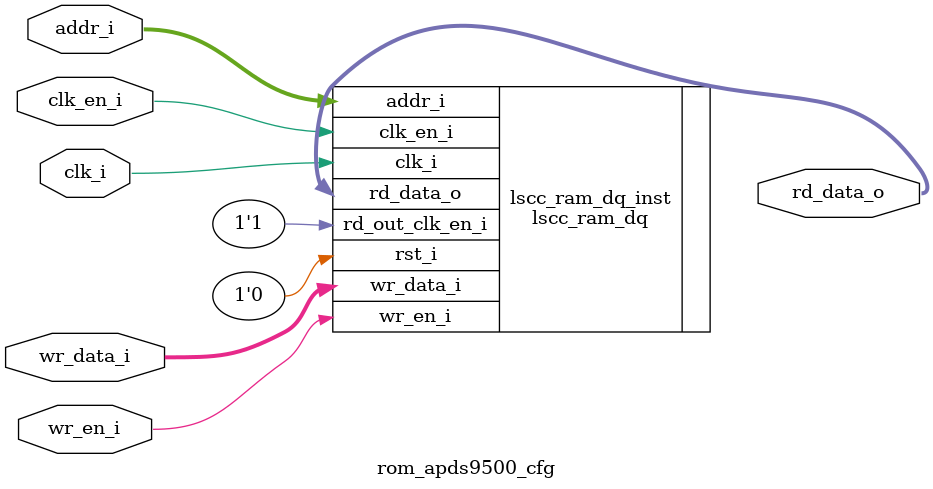
<source format=v>
/*******************************************************************************
    Verilog netlist generated by IPGEN Radiant
    Soft IP Version: 1.0.0
    Mon Apr 01 12:09:04 2019
*******************************************************************************/
/*******************************************************************************
    Include IP core template files.
*******************************************************************************/
`include "core/lscc_ram_dq.v"
/*******************************************************************************
    Wrapper Module generated per user settings.
*******************************************************************************/
module rom_apds9500_cfg (clk_i, clk_en_i, wr_en_i, wr_data_i, addr_i,
    rd_data_o);
    input  clk_i;
    input  clk_en_i;
    input  wr_en_i;
    input  [15:0]  wr_data_i;
    input  [7:0]  addr_i;
    output  [15:0]  rd_data_o;
    lscc_ram_dq #(.ADDR_DEPTH(256),
        .DATA_WIDTH(16),
        .ADDR_WIDTH(8),
        .REGMODE("noreg"),
        .RESETMODE("sync"),
        .INIT_MODE("mem_file"),
        .INIT_FILE("misc/ram256x16_apds9500_rom_apds9500_cfg_copy.mem"),
        .INIT_FILE_FORMAT("hex"))
    lscc_ram_dq_inst(.clk_i(clk_i),
        .rst_i(1'b0),
        .clk_en_i(clk_en_i),
        .rd_out_clk_en_i(1'b1),
        .wr_en_i(wr_en_i),
        .wr_data_i(wr_data_i),
        .addr_i(addr_i),
        .rd_data_o(rd_data_o));
endmodule
</source>
